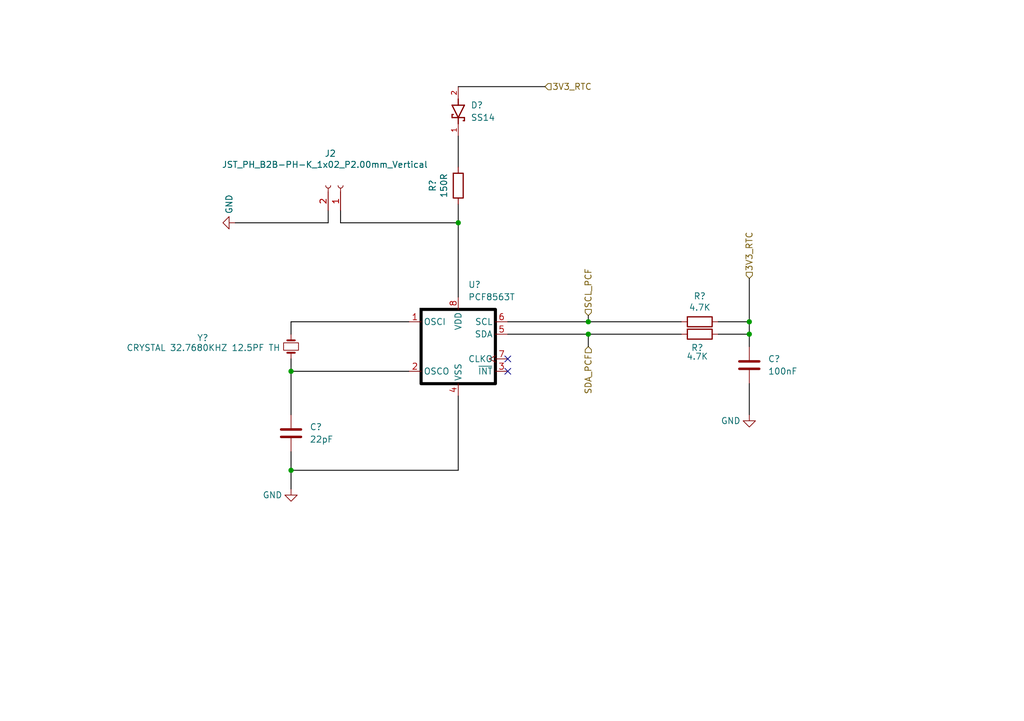
<source format=kicad_sch>
(kicad_sch (version 20231120) (generator "eeschema") (generator_version "8.0")
  (paper "A5")
  (lib_symbols
    (symbol "Connector:Conn_01x02_Socket" (pin_names (offset 1.016) hide)
      (property "Reference" "J" (at 0 2.54 0))
      (property "Value" "Conn_01x02_Socket" (at 0 -5.08 0))
      (symbol "Conn_01x02_Socket_1_1"
        (arc (start 0 -2.032) (mid -0.5058 -2.54) (end 0 -3.048) (stroke (width 0.1524)))
        (polyline (pts (xy -1.27 -2.54) (xy -0.508 -2.54)) (stroke (width 0.1524)))
        (polyline (pts (xy -1.27 0) (xy -0.508 0)) (stroke (width 0.1524)))
        (arc (start 0 0.508) (mid -0.5058 0) (end 0 -0.508) (stroke (width 0.1524)))
        (pin passive line (at -5.08 0 0) (length 3.81) (name "Pin_1") (number "1"))
        (pin passive line (at -5.08 -2.54 0) (length 3.81) (name "Pin_2") (number "2"))
      )
    )
    (symbol "Device:C" (pin_numbers hide) (pin_names (offset 0.254))
      (property "Reference" "C" (at 0.635 2.54 0))
      (property "Value" "C" (at 0.635 -2.54 0))
      (symbol "C_0_1"
        (polyline (pts (xy -2.032 -0.762) (xy 2.032 -0.762)) (stroke (width 0.508)))
        (polyline (pts (xy -2.032 0.762) (xy 2.032 0.762)) (stroke (width 0.508)))
      )
      (symbol "C_1_1"
        (pin passive line (at 0 3.81 270) (length 2.794) (name "~") (number "1"))
        (pin passive line (at 0 -3.81 90) (length 2.794) (name "~") (number "2"))
      )
    )
    (symbol "Device:Crystal_Small" (pin_numbers hide) (pin_names (offset 1.016) hide)
      (property "Reference" "Y" (at 0 2.54 0))
      (property "Value" "Crystal_Small" (at 0 -2.54 0))
      (symbol "Crystal_Small_0_1"
        (rectangle (start -0.762 -1.524) (end 0.762 1.524))
        (polyline (pts (xy -1.27 -0.762) (xy -1.27 0.762)) (stroke (width 0.381)))
        (polyline (pts (xy 1.27 -0.762) (xy 1.27 0.762)) (stroke (width 0.381)))
      )
      (symbol "Crystal_Small_1_1"
        (pin passive line (at -2.54 0 0) (length 1.27) (name "1") (number "1"))
        (pin passive line (at 2.54 0 180) (length 1.27) (name "2") (number "2"))
      )
    )
    (symbol "Device:R" (pin_numbers hide) (pin_names (offset 0))
      (property "Reference" "R" (at 2.032 0 90))
      (property "Value" "R" (at 0 0 90))
      (symbol "R_0_1"
        (rectangle (start -1.016 -2.54) (end 1.016 2.54) (stroke (width 0.254)))
      )
      (symbol "R_1_1"
        (pin passive line (at 0 3.81 270) (length 1.27) (name "~") (number "1"))
        (pin passive line (at 0 -3.81 90) (length 1.27) (name "~") (number "2"))
      )
    )
    (symbol "SS14:SS14" (pin_names (offset 1.016))
      (property "Reference" "D6" (at -1.2701 2.54 90))
      (property "Value" "SS14" (at 1.2699 2.54 90))
      (symbol "SS14_0_0"
        (polyline (pts (xy -2.54 0) (xy -1.27 0)) (stroke (width 0.254)))
        (polyline (pts (xy -1.27 -1.27) (xy 1.27 0)) (stroke (width 0.254)))
        (polyline (pts (xy -1.27 0) (xy -1.27 -1.27)) (stroke (width 0.254)))
        (polyline (pts (xy -1.27 1.27) (xy -1.27 0)) (stroke (width 0.254)))
        (polyline (pts (xy 0.635 -1.016) (xy 0.635 -1.27)) (stroke (width 0.254)))
        (polyline (pts (xy 1.27 -1.27) (xy 0.635 -1.27)) (stroke (width 0.254)))
        (polyline (pts (xy 1.27 0) (xy -1.27 1.27)) (stroke (width 0.254)))
        (polyline (pts (xy 1.27 0) (xy 1.27 -1.27)) (stroke (width 0.254)))
        (polyline (pts (xy 1.27 1.27) (xy 1.27 0)) (stroke (width 0.254)))
        (polyline (pts (xy 1.905 1.27) (xy 1.27 1.27)) (stroke (width 0.254)))
        (polyline (pts (xy 1.905 1.27) (xy 1.905 1.016)) (stroke (width 0.254)))
        (polyline (pts (xy 2.54 0) (xy 1.27 0)) (stroke (width 0.254)))
      )
      (symbol "SS14_1_0"
        (pin passive line (at 5.08 0 180) (length 2.54) (name "~") (number "1"))
        (pin passive line (at -5.08 0 0) (length 2.54) (name "~") (number "2"))
      )
    )
    (symbol "Timer_RTC:PCF8563T"
      (property "Reference" "U6" (at 2.0194 12.7 0))
      (property "Value" "PCF8563T" (at 2.0194 10.16 0))
      (symbol "PCF8563T_1_1"
        (rectangle (start -7.62 7.62) (end 7.62 -7.62) (stroke (width 0.635) (color 0 0 0 1)))
        (pin input line (at -10.16 5.08 0) (length 2.54) (name "OSCI") (number "1"))
        (pin output line (at -10.16 -5.08 0) (length 2.54) (name "OSCO") (number "2"))
        (pin output line (at 10.16 -5.08 180) (length 2.54) (name "~{INT}") (number "3"))
        (pin power_in line (at 0 -10.16 90) (length 2.54) (name "VSS") (number "4"))
        (pin bidirectional line (at 10.16 2.54 180) (length 2.54) (name "SDA") (number "5"))
        (pin input line (at 10.16 5.08 180) (length 2.54) (name "SCL") (number "6"))
        (pin output clock (at 10.16 -2.54 180) (length 2.54) (name "CLKO") (number "7"))
        (pin power_in line (at 0 10.16 270) (length 2.54) (name "VDD") (number "8"))
      )
    )
    (symbol "power:GND" (power) (pin_names (offset 0))
      (property "Value" "GND" (at 0 -3.81 0))
      (symbol "GND_0_1"
        (polyline (pts (xy 0 0) (xy 0 -1.27) (xy 1.27 -1.27) (xy 0 -2.54) (xy -1.27 -1.27) (xy 0 -1.27)))
      )
      (symbol "GND_1_1"
        (pin power_in line (at 0 0 270) (length 0) hide (name "GND") (number "1"))
      )
    )
  )
  (junction (at 93.98 45.72))
  (junction (at 59.69 96.52))
  (junction (at 153.67 66.04))
  (junction (at 120.65 68.58))
  (junction (at 120.65 66.04))
  (junction (at 59.69 76.2))
  (junction (at 153.67 68.58))
  (no_connect (at 104.14 76.2))
  (no_connect (at 104.14 73.66))
  (wire (pts (xy 83.82 66.04) (xy 59.69 66.04)) (stroke (width 0.1778) (color 0 0 0 1)))
  (wire (pts (xy 120.65 64.77) (xy 120.65 66.04)) (stroke (width 0.1778) (color 0 0 0 1)))
  (wire (pts (xy 93.98 45.72) (xy 93.98 60.96)) (stroke (width 0.1778) (color 0 0 0 1)))
  (wire (pts (xy 120.65 66.04) (xy 139.7 66.04)) (stroke (width 0.1778) (color 0 0 0 1)))
  (wire (pts (xy 120.65 68.58) (xy 120.65 71.12)) (stroke (width 0.1778) (color 0 0 0 1)))
  (wire (pts (xy 153.67 66.04) (xy 153.67 68.58)) (stroke (width 0.1778) (color 0 0 0 1)))
  (wire (pts (xy 59.69 66.04) (xy 59.69 68.58)) (stroke (width 0.1778) (color 0 0 0 1)))
  (wire (pts (xy 147.32 68.58) (xy 153.67 68.58)) (stroke (width 0.1778) (color 0 0 0 1)))
  (wire (pts (xy 59.69 76.2) (xy 59.69 73.66)) (stroke (width 0.1778) (color 0 0 0 1)))
  (wire (pts (xy 48.26 45.72) (xy 67.31 45.72)) (stroke (width 0.1778) (color 0 0 0 1)))
  (wire (pts (xy 59.69 76.2) (xy 83.82 76.2)) (stroke (width 0.1778) (color 0 0 0 1)))
  (wire (pts (xy 69.85 43.18) (xy 69.85 45.72)) (stroke (width 0.1778) (color 0 0 0 1)))
  (wire (pts (xy 153.67 57.15) (xy 153.67 66.04)) (stroke (width 0.1778) (color 0 0 0 1)))
  (wire (pts (xy 120.65 68.58) (xy 139.7 68.58)) (stroke (width 0.1778) (color 0 0 0 1)))
  (wire (pts (xy 147.32 66.04) (xy 153.67 66.04)) (stroke (width 0.1778) (color 0 0 0 1)))
  (wire (pts (xy 93.98 96.52) (xy 93.98 81.28)) (stroke (width 0.1778) (color 0 0 0 1)))
  (wire (pts (xy 69.85 45.72) (xy 93.98 45.72)) (stroke (width 0.1778) (color 0 0 0 1)))
  (wire (pts (xy 104.14 66.04) (xy 120.65 66.04)) (stroke (width 0.1778) (color 0 0 0 1)))
  (wire (pts (xy 59.69 100.33) (xy 59.69 96.52)) (stroke (width 0.1778) (color 0 0 0 1)))
  (wire (pts (xy 59.69 96.52) (xy 93.98 96.52)) (stroke (width 0.1778) (color 0 0 0 1)))
  (wire (pts (xy 153.67 68.58) (xy 153.67 71.12)) (stroke (width 0.1778) (color 0 0 0 1)))
  (wire (pts (xy 104.14 68.58) (xy 120.65 68.58)) (stroke (width 0.1778) (color 0 0 0 1)))
  (wire (pts (xy 59.69 96.52) (xy 59.69 92.71)) (stroke (width 0.1778) (color 0 0 0 1)))
  (wire (pts (xy 111.76 17.78) (xy 93.98 17.78)) (stroke (width 0.1778) (color 0 0 0 1)))
  (wire (pts (xy 67.31 43.18) (xy 67.31 45.72)) (stroke (width 0.1778) (color 0 0 0 1)))
  (wire (pts (xy 93.98 41.91) (xy 93.98 45.72)) (stroke (width 0.1778) (color 0 0 0 1)))
  (wire (pts (xy 59.69 85.09) (xy 59.69 76.2)) (stroke (width 0.1778) (color 0 0 0 1)))
  (wire (pts (xy 93.98 34.29) (xy 93.98 27.94)) (stroke (width 0.1778) (color 0 0 0 1)))
  (wire (pts (xy 153.67 78.74) (xy 153.67 85.09)) (stroke (width 0.1778) (color 0 0 0 1)))
  (hierarchical_label "3V3_RTC" (shape input) (at 111.76 17.78 0))
  (hierarchical_label "3V3_RTC" (shape input) (at 153.67 57.15 90))
  (hierarchical_label "SCL_PCF" (shape input) (at 120.65 64.77 90))
  (hierarchical_label "SDA_PCF" (shape input) (at 120.65 71.12 270))
  (symbol (lib_id "power:GND") (at 48.26 45.72 270) (unit 1)
    (property "Reference" "#PWR?" (effects (hide yes)))
    (property "Value" "GND" (at 46.99 41.91 0))
    (instances (project "I2CDevice" (path "" (reference "#PWR?") (unit 1))) (project "Movita_CM4_CT_Router_V1.0" (path "" (reference "#PWR069") (unit 1))))
  )
  (symbol (lib_id "Device:R") (at 93.98 38.1 0) (unit 1)
    (property "Reference" "R?" (at 88.7222 38.1 90))
    (property "Value" "150R" (at 91.0336 38.1 90))
    (property "Footprint" "Resistor_SMD:R_0603_1608Metric" (effects (hide yes)))
    (instances (project "I2CDevice" (path "" (reference "R?") (unit 1))) (project "Movita_CM4_CT_Router_V1.0" (path "" (reference "R43") (unit 1))))
  )
  (symbol (lib_id "Device:R") (at 143.51 68.58 270) (unit 1)
    (property "Reference" "R?" (at 143.002 71.374 90))
    (property "Value" "4.7K" (at 143.002 73.152 90))
    (property "Footprint" "Resistor_SMD:R_0603_1608Metric" (effects (hide yes)))
    (instances (project "I2CDevice" (path "" (reference "R?") (unit 1))) (project "Movita_CM4_CT_Router_V1.0" (path "" (reference "R45") (unit 1))))
  )
  (symbol (lib_id "power:GND") (at 59.69 100.33 0) (unit 1)
    (property "Reference" "#PWR?" (effects (hide yes)))
    (property "Value" "GND" (at 55.88 101.6 0))
    (instances (project "I2CDevice" (path "" (reference "#PWR?") (unit 1))) (project "Movita_CM4_CT_Router_V1.0" (path "" (reference "#PWR070") (unit 1))))
  )
  (symbol (lib_id "Device:C") (at 153.67 74.93 0) (unit 1)
    (property "Reference" "C?" (at 157.48 73.6599 0) (effects (justify left)))
    (property "Value" "100nF" (at 157.48 76.1999 0) (effects (justify left)))
    (property "Footprint" "Capacitor_SMD:C_0603_1608Metric" (effects (hide yes)))
    (instances (project "I2CDevice" (path "" (reference "C?") (unit 1))) (project "Movita_CM4_CT_Router_V1.0" (path "" (reference "C45") (unit 1))))
  )
  (symbol (lib_id "Connector:Conn_01x02_Socket") (at 69.85 38.1 270) (mirror x) (unit 1)
    (property "Reference" "J2" (at 66.548 31.496 90) (effects (justify left)))
    (property "Value" "JST_PH_B2B-PH-K_1x02_P2.00mm_Vertical" (at 45.4745 33.7821 90) (effects (justify left)))
    (property "Footprint" "Connector_JST:JST_PH_B2B-PH-K_1x02_P2.00mm_Vertical" (effects (hide yes)))
    (property "Description" "Generic connector, single row, 01x02, script generated" (effects (hide yes)))
    (property "MPN" "JST_PH_B2B-PH-K_1x02_P2.00mm_Vertical" (effects (hide yes)))
  )
  (symbol (lib_id "Device:C") (at 59.69 88.9 0) (unit 1)
    (property "Reference" "C?" (at 63.5 87.6299 0) (effects (justify left)))
    (property "Value" "22pF" (at 63.5 90.1699 0) (effects (justify left)))
    (property "Footprint" "Capacitor_SMD:C_0603_1608Metric" (effects (hide yes)))
    (instances (project "I2CDevice" (path "" (reference "C?") (unit 1))) (project "Movita_CM4_CT_Router_V1.0" (path "" (reference "C43") (unit 1))))
  )
  (symbol (lib_id "SS14:SS14") (at 93.98 22.86 270) (unit 1)
    (property "Reference" "D?" (at 96.52 21.5899 90) (effects (justify left)))
    (property "Value" "SS14" (at 96.52 24.1299 90) (effects (justify left)))
    (property "Footprint" "Footprint Library:SS14" (effects (hide yes)))
    (instances (project "I2CDevice" (path "" (reference "D?") (unit 1))) (project "Movita_CM4_CT_Router_V1.0" (path "" (reference "D10") (unit 1))))
  )
  (symbol (lib_id "power:GND") (at 153.67 85.09 0) (unit 1)
    (property "Reference" "#PWR?" (effects (hide yes)))
    (property "Value" "GND" (at 149.86 86.36 0))
    (instances (project "I2CDevice" (path "" (reference "#PWR?") (unit 1))) (project "Movita_CM4_CT_Router_V1.0" (path "" (reference "#PWR071") (unit 1))))
  )
  (symbol (lib_id "Device:R") (at 143.51 66.04 270) (unit 1)
    (property "Reference" "R?" (at 143.51 60.7822 90))
    (property "Value" "4.7K" (at 143.51 63.0936 90))
    (property "Footprint" "Resistor_SMD:R_0603_1608Metric" (effects (hide yes)))
    (instances (project "I2CDevice" (path "" (reference "R?") (unit 1))) (project "Movita_CM4_CT_Router_V1.0" (path "" (reference "R44") (unit 1))))
  )
  (symbol (lib_id "Timer_RTC:PCF8563T") (at 93.98 71.12 0) (unit 1)
    (property "Reference" "U?" (at 95.9994 58.42 0) (effects (justify left)))
    (property "Value" "PCF8563T" (at 95.9994 60.96 0) (effects (justify left)))
    (property "Footprint" "Package_SO:SOIC-8_3.9x4.9mm_P1.27mm" (effects (hide yes)))
    (property "Datasheet" "https://assets.nexperia.com/documents/data-sheet/PCF8563.pdf" (effects (hide yes)))
    (property "Link" "https://www.lcsc.com/product-detail/Real-time-Clocks-RTC_NXP-Semicon-PCF8563T-5-518_C7440.html" (effects (hide yes)))
    (property "MPN" "PCF8563T/5,518" (effects (hide yes)))
    (instances (project "I2CDevice" (path "" (reference "U?") (unit 1))) (project "Movita_CM4_CT_Router_V1.0" (path "" (reference "U6") (unit 1))))
  )
  (symbol (lib_id "Device:Crystal_Small") (at 59.69 71.12 90) (unit 1)
    (property "Reference" "Y?" (at 40.386 69.342 90) (effects (justify right)))
    (property "Value" "CRYSTAL 32.7680KHZ 12.5PF TH" (at 25.908 71.374 90) (effects (justify right)))
    (property "Footprint" "Crystal:Crystal_AT310_D3.0mm_L10.0mm_Horizontal" (effects (hide yes)))
    (property "MPN" "CFS20632768DZFB" (effects (hide yes)))
    (property "Link" "https://www.digikey.com/en/products/detail/citizen-finedevice-co-ltd/CFS-20632768DZFB/283736" (effects (hide yes)))
    (instances (project "I2CDevice" (path "" (reference "Y?") (unit 1))) (project "Movita_CM4_CT_Router_V1.0" (path "" (reference "Y3") (unit 1))))
  )
)
</source>
